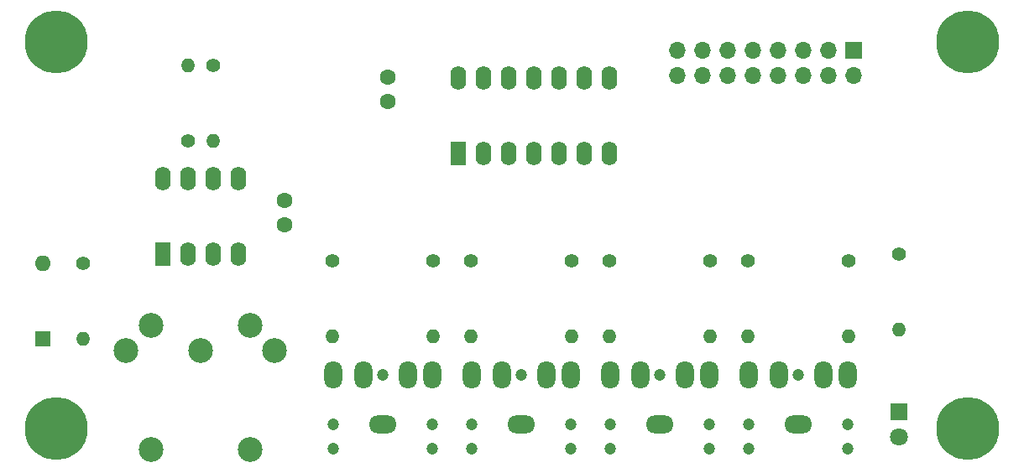
<source format=gbs>
%TF.GenerationSoftware,KiCad,Pcbnew,(6.0.1)*%
%TF.CreationDate,2022-10-07T22:43:29-04:00*%
%TF.ProjectId,MOD-MIDI-THRU,4d4f442d-4d49-4444-992d-544852552e6b,1*%
%TF.SameCoordinates,Original*%
%TF.FileFunction,Soldermask,Bot*%
%TF.FilePolarity,Negative*%
%FSLAX46Y46*%
G04 Gerber Fmt 4.6, Leading zero omitted, Abs format (unit mm)*
G04 Created by KiCad (PCBNEW (6.0.1)) date 2022-10-07 22:43:29*
%MOMM*%
%LPD*%
G01*
G04 APERTURE LIST*
%ADD10C,1.400000*%
%ADD11O,1.400000X1.400000*%
%ADD12C,6.350000*%
%ADD13C,1.200000*%
%ADD14O,1.800000X2.800000*%
%ADD15O,2.800000X1.800000*%
%ADD16R,1.600000X2.400000*%
%ADD17O,1.600000X2.400000*%
%ADD18C,1.600000*%
%ADD19R,1.800000X1.800000*%
%ADD20C,1.800000*%
%ADD21R,1.600000X1.600000*%
%ADD22O,1.600000X1.600000*%
%ADD23R,1.700000X1.700000*%
%ADD24O,1.700000X1.700000*%
%ADD25C,2.500000*%
G04 APERTURE END LIST*
D10*
%TO.C,R8*%
X149860000Y-66040000D03*
D11*
X149860000Y-73660000D03*
%TD*%
D12*
%TO.C,MTG1*%
X94000000Y-83000000D03*
%TD*%
D10*
%TO.C,R6*%
X135890000Y-66040000D03*
D11*
X135890000Y-73660000D03*
%TD*%
D13*
%TO.C,J5*%
X173910000Y-82550000D03*
X163910000Y-85050000D03*
X173910000Y-85050000D03*
X168910000Y-77550000D03*
X163910000Y-82550000D03*
D14*
X163910000Y-77550000D03*
X166910000Y-77550000D03*
D15*
X168910000Y-82550000D03*
D14*
X173910000Y-77550000D03*
X171410000Y-77550000D03*
%TD*%
D10*
%TO.C,R7*%
X146050000Y-66040000D03*
D11*
X146050000Y-73660000D03*
%TD*%
D13*
%TO.C,J4*%
X159940000Y-82550000D03*
X154940000Y-77550000D03*
X149940000Y-85050000D03*
X159940000Y-85050000D03*
X149940000Y-82550000D03*
D14*
X149940000Y-77550000D03*
X152940000Y-77550000D03*
D15*
X154940000Y-82550000D03*
D14*
X159940000Y-77550000D03*
X157440000Y-77550000D03*
%TD*%
D10*
%TO.C,R4*%
X121920000Y-66040000D03*
D11*
X121920000Y-73660000D03*
%TD*%
D16*
%TO.C,U1*%
X134615000Y-55260000D03*
D17*
X137155000Y-55260000D03*
X139695000Y-55260000D03*
X142235000Y-55260000D03*
X144775000Y-55260000D03*
X147315000Y-55260000D03*
X149855000Y-55260000D03*
X149855000Y-47640000D03*
X147315000Y-47640000D03*
X144775000Y-47640000D03*
X142235000Y-47640000D03*
X139695000Y-47640000D03*
X137155000Y-47640000D03*
X134615000Y-47640000D03*
%TD*%
D10*
%TO.C,R11*%
X173990000Y-66040000D03*
D11*
X173990000Y-73660000D03*
%TD*%
D18*
%TO.C,C1*%
X117094000Y-62464000D03*
X117094000Y-59964000D03*
%TD*%
D10*
%TO.C,R5*%
X132080000Y-66040000D03*
D11*
X132080000Y-73660000D03*
%TD*%
D10*
%TO.C,R3*%
X96774000Y-66294000D03*
D11*
X96774000Y-73914000D03*
%TD*%
D19*
%TO.C,D1*%
X179070000Y-81275000D03*
D20*
X179070000Y-83815000D03*
%TD*%
D10*
%TO.C,R9*%
X160020000Y-66040000D03*
D11*
X160020000Y-73660000D03*
%TD*%
D12*
%TO.C,MTG3*%
X94000000Y-44000000D03*
%TD*%
D21*
%TO.C,D2*%
X92710000Y-73914000D03*
D22*
X92710000Y-66294000D03*
%TD*%
D23*
%TO.C,J6*%
X174498000Y-44831000D03*
D24*
X174498000Y-47371000D03*
X171958000Y-44831000D03*
X171958000Y-47371000D03*
X169418000Y-44831000D03*
X169418000Y-47371000D03*
X166878000Y-44831000D03*
X166878000Y-47371000D03*
X164338000Y-44831000D03*
X164338000Y-47371000D03*
X161798000Y-44831000D03*
X161798000Y-47371000D03*
X159258000Y-44831000D03*
X159258000Y-47371000D03*
X156718000Y-44831000D03*
X156718000Y-47371000D03*
%TD*%
D10*
%TO.C,R10*%
X163830000Y-66040000D03*
D11*
X163830000Y-73660000D03*
%TD*%
D25*
%TO.C,J1*%
X116085000Y-75105000D03*
X108585000Y-75105000D03*
X101085000Y-75105000D03*
X113585000Y-72605000D03*
X103585000Y-72605000D03*
X113585000Y-85105000D03*
X103585000Y-85105000D03*
%TD*%
D13*
%TO.C,J2*%
X132000000Y-82550000D03*
X132000000Y-85050000D03*
X122000000Y-82550000D03*
X127000000Y-77550000D03*
X122000000Y-85050000D03*
D14*
X122000000Y-77550000D03*
X125000000Y-77550000D03*
D15*
X127000000Y-82550000D03*
D14*
X132000000Y-77550000D03*
X129500000Y-77550000D03*
%TD*%
D13*
%TO.C,J3*%
X135970000Y-85050000D03*
X135970000Y-82550000D03*
X145970000Y-85050000D03*
X140970000Y-77550000D03*
X145970000Y-82550000D03*
D14*
X135970000Y-77550000D03*
X138970000Y-77550000D03*
D15*
X140970000Y-82550000D03*
D14*
X145970000Y-77550000D03*
X143470000Y-77550000D03*
%TD*%
D10*
%TO.C,R12*%
X179070000Y-65405000D03*
D11*
X179070000Y-73025000D03*
%TD*%
D10*
%TO.C,R2*%
X109855000Y-46355000D03*
D11*
X109855000Y-53975000D03*
%TD*%
D10*
%TO.C,R1*%
X107315000Y-53975000D03*
D11*
X107315000Y-46355000D03*
%TD*%
D16*
%TO.C,U2*%
X104785000Y-65395000D03*
D17*
X107325000Y-65395000D03*
X109865000Y-65395000D03*
X112405000Y-65395000D03*
X112405000Y-57775000D03*
X109865000Y-57775000D03*
X107325000Y-57775000D03*
X104785000Y-57775000D03*
%TD*%
D12*
%TO.C,MTG2*%
X186000000Y-83000000D03*
%TD*%
%TO.C,MTG4*%
X186000000Y-44000000D03*
%TD*%
D18*
%TO.C,C2*%
X127508000Y-47518000D03*
X127508000Y-50018000D03*
%TD*%
M02*

</source>
